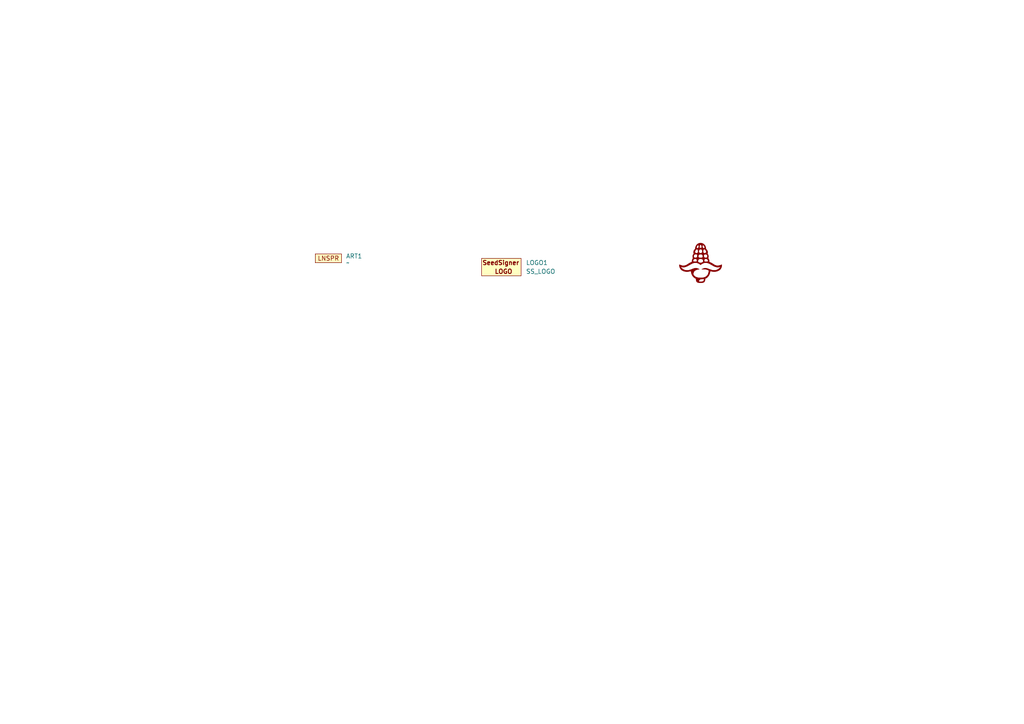
<source format=kicad_sch>
(kicad_sch (version 20250114) (generator "eeschema") (generator_version "9.0")
  (paper "A4")
  (lib_symbols
    (symbol "SeedSigner:CORN-LOGO" (pin_names (offset 1.016)))
    (symbol "SeedSigner:SS_LOGO" (pin_numbers (hide yes)) (pin_names (offset 0) (hide yes)) (in_bom no)
      (property "Reference" "LOGO" (at 0 3.81 0))
      (property "Value" "SS_LOGO" (at 0 2.54 0))
      (symbol "SS_LOGO_0_0"
        (text "SeedSigner" (at -0.8 0 0) (effects (font (size 1.27 1.27) (bold yes))))
        (text "LOGO" (at 0 -2.54 0) (effects (font (size 1.27 1.27) (bold yes))))
      )
    )
    (symbol "seedsigner:LIGHTNINGSPORE"
      (property "Reference" "ART" (at 0 2.032 0))
      (symbol "LIGHTNINGSPORE_1_1"
        (text "LNSPR" (at 0 0 0) (effects (font (size 1.27 1.27))))
      )
    )
  )
  (symbol (lib_id "SeedSigner:SS_LOGO") (at 146.05 76.2 0) (unit 1) (in_bom no)
    (property "Reference" "LOGO1" (at 152.527 76.1999 0) (effects (justify left)))
    (property "Value" "SS_LOGO" (at 152.527 78.7399 0) (effects (justify left)))
    (property "Footprint" "seedsigner-luckfox:seedsigner-logo-small" (effects (hide yes)))
  )
  (symbol (lib_id "seedsigner:LIGHTNINGSPORE") (at 95.25 74.93 0) (unit 1)
    (property "Reference" "ART1" (at 100.33 74.2949 0) (effects (justify left)))
    (property "Value" "~" (at 100.33 76.2 0) (effects (justify left)))
    (property "Footprint" "seedsigner-luckfox:LightningSpore_Logo" (effects (hide yes)))
  )
  (symbol (lib_id "SeedSigner:CORN-LOGO") (at 203.2 76.2 0) (unit 1)
    (property "Reference" "LOGO2" (effects (hide yes)))
    (property "Value" "CORN-LOGO" (effects (hide yes)))
    (property "Footprint" "seedsigner-luckfox:corn-logo" (effects (hide yes)))
  )
)
</source>
